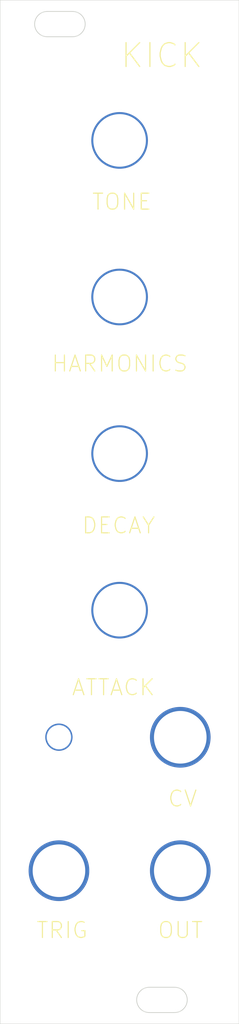
<source format=kicad_pcb>
(kicad_pcb (version 20240108) (generator "pcbnew") (generator_version "8.0")
  (layers (0 "F.Cu" signal) (31 "B.Cu" signal) (34 "B.Paste" user) (35 "F.Paste" user) (36 "B.SilkS" user "B.Silkscreen") (37 "F.SilkS" user "F.Silkscreen") (38 "B.Mask" user) (39 "F.Mask" user) (44 "Edge.Cuts" user))
  (net 0 "")
  (footprint "PCM_4ms_Faceplate:Faceplate_Hole_Jack_3.5mm" (layer "F.Cu") (at 73.42 160.0813)
    (property "Reference" "REF**" (hide yes))
    (property "Value" "GND" (hide yes))
    (pad "1" thru_hole circle (at 0 0) (size 7.62 7.62) (drill 6.604) (layers "*.Cu" "*.Mask"))
  )
  (footprint "PCM_4ms_Faceplate:Faceplate_Hole_Pot_9mm" (layer "F.Cu") (at 65.8 107.7192)
    (property "Reference" "REF**" (hide yes))
    (property "Value" "Faceplate_Hole_Pot_9mm" (hide yes))
    (pad "1" thru_hole circle (at 0 0) (size 7.112 7.112) (drill 6.604) (layers "*.Cu" "*.Mask"))
  )
  (footprint "PCM_4ms_Faceplate:Faceplate_Hole_LED_3mm" (layer "F.Cu") (at 58.175 143.3173)
    (property "Reference" "REF**" (hide yes))
    (property "Value" "Faceplate_Hole_LED_3mm" (hide yes))
    (pad "1" thru_hole circle (at 0 0 90) (size 3.429 3.429) (drill 3.048) (layers "*.Cu" "*.Mask"))
  )
  (footprint "PCM_4ms_Faceplate:Faceplate_Rail_Mount_Slot" (layer "F.Cu") (at 71.12 176.3)
    (property "Reference" "REF**" (hide yes))
    (property "Value" "Rail_mount_slot" (hide yes))
    (fp_line (start -1.5875 -1.5875) (end 1.5875 -1.5875) (stroke (width 0.1)) (layer "Edge.Cuts"))
    (fp_line (start -1.5875 1.5875) (end 1.5875 1.5875) (stroke (width 0.1)) (layer "Edge.Cuts"))
    (fp_arc (start -1.5875 1.5875) (mid -3.175 0) (end -1.5875 -1.5875) (stroke (width 0.1)) (layer "Edge.Cuts"))
    (fp_arc (start 1.5875 -1.5875) (mid 3.175 0) (end 1.5875 1.5875) (stroke (width 0.1)) (layer "Edge.Cuts"))
  )
  (footprint "PCM_4ms_Faceplate:Faceplate_Hole_Pot_9mm" (layer "F.Cu") (at 65.800163 68.401843)
    (property "Reference" "REF**" (hide yes))
    (property "Value" "Faceplate_Hole_Pot_9mm" (hide yes))
    (pad "1" thru_hole circle (at 0 0) (size 7.112 7.112) (drill 6.604) (layers "*.Cu" "*.Mask"))
  )
  (footprint "PCM_4ms_Faceplate:Faceplate_Hole_Jack_3.5mm" (layer "F.Cu") (at 58.18 160.0813)
    (property "Reference" "REF**" (hide yes))
    (property "Value" "GND" (hide yes))
    (pad "1" thru_hole circle (at 0 0) (size 7.62 7.62) (drill 6.604) (layers "*.Cu" "*.Mask"))
  )
  (footprint "PCM_4ms_Faceplate:Faceplate_Hole_Pot_9mm" (layer "F.Cu") (at 65.799837 127.376957)
    (property "Reference" "REF**" (hide yes))
    (property "Value" "Faceplate_Hole_Pot_9mm" (hide yes))
    (pad "1" thru_hole circle (at 0 0) (size 7.112 7.112) (drill 6.604) (layers "*.Cu" "*.Mask"))
  )
  (footprint "PCM_4ms_Faceplate:Faceplate_Hole_Jack_3.5mm" (layer "F.Cu") (at 73.42 143.33)
    (property "Reference" "REF**" (hide yes))
    (property "Value" "GND" (hide yes))
    (pad "1" thru_hole circle (at 0 0) (size 7.62 7.62) (drill 6.604) (layers "*.Cu" "*.Mask"))
  )
  (footprint "PCM_4ms_Faceplate:Faceplate_Rail_Mount_Slot" (layer "F.Cu") (at 58.3 53.8)
    (property "Reference" "REF**" (hide yes))
    (property "Value" "Rail_mount_slot" (hide yes))
    (fp_line (start -1.5875 -1.5875) (end 1.5875 -1.5875) (stroke (width 0.1)) (layer "Edge.Cuts"))
    (fp_line (start -1.5875 1.5875) (end 1.5875 1.5875) (stroke (width 0.1)) (layer "Edge.Cuts"))
    (fp_arc (start -1.5875 1.5875) (mid -3.175 0) (end -1.5875 -1.5875) (stroke (width 0.1)) (layer "Edge.Cuts"))
    (fp_arc (start 1.5875 -1.5875) (mid 3.175 0) (end 1.5875 1.5875) (stroke (width 0.1)) (layer "Edge.Cuts"))
  )
  (footprint "PCM_4ms_Faceplate:Faceplate_Hole_Pot_9mm" (layer "F.Cu") (at 65.8 88.0596)
    (property "Reference" "REF**" (hide yes))
    (property "Value" "Faceplate_Hole_Pot_9mm" (hide yes))
    (pad "1" thru_hole circle (at 0 0) (size 7.112 7.112) (drill 6.604) (layers "*.Cu" "*.Mask"))
  )
  (gr_rect (start 50.8 50.8) (end 80.786 179.3) (stroke (width 0.05)) (fill none) (layer "Edge.Cuts"))
  (gr_text "HARMONICS" (at 57.15 97.5973 0) (layer "F.SilkS") (effects (font (size 2 2)) (justify left bottom)))
  (gr_text "DECAY" (at 60.96 117.9173 0) (layer "F.SilkS") (effects (font (size 2 2)) (justify left bottom)))
  (gr_text "ATTACK" (at 59.69 138.2373 0) (layer "F.SilkS") (effects (font (size 2 2)) (justify left bottom)))
  (gr_text "CV" (at 71.755 152.2073 0) (layer "F.SilkS") (effects (font (size 2 2)) (justify left bottom)))
  (gr_text "OUT" (at 70.485 168.7173 0) (layer "F.SilkS") (effects (font (size 2 2)) (justify left bottom)))
  (gr_text "KICK" (at 65.795 59.4973 0) (layer "F.SilkS") (effects (font (size 3 3)) (justify left bottom)))
  (gr_text "TRIG" (at 55.245 168.7173 0) (layer "F.SilkS") (effects (font (size 2 2)) (justify left bottom)))
  (gr_text "TONE" (at 62.23 77.2773 0) (layer "F.SilkS") (effects (font (size 2 2)) (justify left bottom)))
)
</source>
